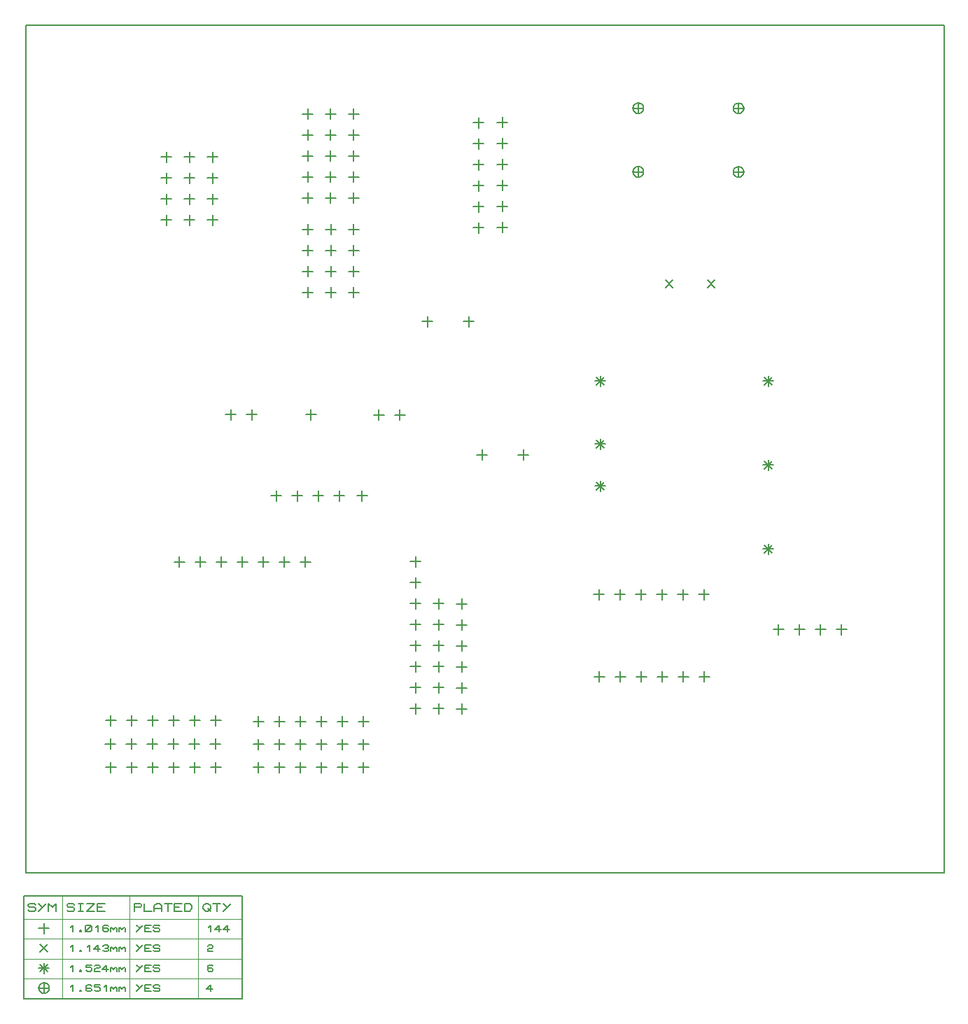
<source format=gbr>
G04 PROTEUS RS274X GERBER FILE*
%FSLAX45Y45*%
%MOMM*%
G01*
%ADD14C,0.203200*%
%ADD46C,0.127000*%
%ADD47C,0.063500*%
%TD.AperFunction*%
D14*
X-9201000Y-1404800D02*
X-9201000Y-1531800D01*
X-9264500Y-1468300D02*
X-9137500Y-1468300D01*
X-8947000Y-1404800D02*
X-8947000Y-1531800D01*
X-9010500Y-1468300D02*
X-8883500Y-1468300D01*
X-8693000Y-1404800D02*
X-8693000Y-1531800D01*
X-8756500Y-1468300D02*
X-8629500Y-1468300D01*
X-8439000Y-1404800D02*
X-8439000Y-1531800D01*
X-8502500Y-1468300D02*
X-8375500Y-1468300D01*
X-8185000Y-1404800D02*
X-8185000Y-1531800D01*
X-8248500Y-1468300D02*
X-8121500Y-1468300D01*
X-7931000Y-1404800D02*
X-7931000Y-1531800D01*
X-7994500Y-1468300D02*
X-7867500Y-1468300D01*
X-9206880Y-1122860D02*
X-9206880Y-1249860D01*
X-9270380Y-1186360D02*
X-9143380Y-1186360D01*
X-8952880Y-1122860D02*
X-8952880Y-1249860D01*
X-9016380Y-1186360D02*
X-8889380Y-1186360D01*
X-8698880Y-1122860D02*
X-8698880Y-1249860D01*
X-8762380Y-1186360D02*
X-8635380Y-1186360D01*
X-8444880Y-1122860D02*
X-8444880Y-1249860D01*
X-8508380Y-1186360D02*
X-8381380Y-1186360D01*
X-8190880Y-1122860D02*
X-8190880Y-1249860D01*
X-8254380Y-1186360D02*
X-8127380Y-1186360D01*
X-7936880Y-1122860D02*
X-7936880Y-1249860D01*
X-8000380Y-1186360D02*
X-7873380Y-1186360D01*
X-9201000Y-838380D02*
X-9201000Y-965380D01*
X-9264500Y-901880D02*
X-9137500Y-901880D01*
X-8947000Y-838380D02*
X-8947000Y-965380D01*
X-9010500Y-901880D02*
X-8883500Y-901880D01*
X-8693000Y-838380D02*
X-8693000Y-965380D01*
X-8756500Y-901880D02*
X-8629500Y-901880D01*
X-8439000Y-838380D02*
X-8439000Y-965380D01*
X-8502500Y-901880D02*
X-8375500Y-901880D01*
X-8185000Y-838380D02*
X-8185000Y-965380D01*
X-8248500Y-901880D02*
X-8121500Y-901880D01*
X-7931000Y-838380D02*
X-7931000Y-965380D01*
X-7994500Y-901880D02*
X-7867500Y-901880D01*
X-7413000Y-1404800D02*
X-7413000Y-1531800D01*
X-7476500Y-1468300D02*
X-7349500Y-1468300D01*
X-7159000Y-1404800D02*
X-7159000Y-1531800D01*
X-7222500Y-1468300D02*
X-7095500Y-1468300D01*
X-6905000Y-1404800D02*
X-6905000Y-1531800D01*
X-6968500Y-1468300D02*
X-6841500Y-1468300D01*
X-6651000Y-1404800D02*
X-6651000Y-1531800D01*
X-6714500Y-1468300D02*
X-6587500Y-1468300D01*
X-6397000Y-1404800D02*
X-6397000Y-1531800D01*
X-6460500Y-1468300D02*
X-6333500Y-1468300D01*
X-6143000Y-1404800D02*
X-6143000Y-1531800D01*
X-6206500Y-1468300D02*
X-6079500Y-1468300D01*
X-7413000Y-1127940D02*
X-7413000Y-1254940D01*
X-7476500Y-1191440D02*
X-7349500Y-1191440D01*
X-7159000Y-1127940D02*
X-7159000Y-1254940D01*
X-7222500Y-1191440D02*
X-7095500Y-1191440D01*
X-6905000Y-1127940D02*
X-6905000Y-1254940D01*
X-6968500Y-1191440D02*
X-6841500Y-1191440D01*
X-6651000Y-1127940D02*
X-6651000Y-1254940D01*
X-6714500Y-1191440D02*
X-6587500Y-1191440D01*
X-6397000Y-1127940D02*
X-6397000Y-1254940D01*
X-6460500Y-1191440D02*
X-6333500Y-1191440D01*
X-6143000Y-1127940D02*
X-6143000Y-1254940D01*
X-6206500Y-1191440D02*
X-6079500Y-1191440D01*
X-7413000Y-851080D02*
X-7413000Y-978080D01*
X-7476500Y-914580D02*
X-7349500Y-914580D01*
X-7159000Y-851080D02*
X-7159000Y-978080D01*
X-7222500Y-914580D02*
X-7095500Y-914580D01*
X-6905000Y-851080D02*
X-6905000Y-978080D01*
X-6968500Y-914580D02*
X-6841500Y-914580D01*
X-6651000Y-851080D02*
X-6651000Y-978080D01*
X-6714500Y-914580D02*
X-6587500Y-914580D01*
X-6397000Y-851080D02*
X-6397000Y-978080D01*
X-6460500Y-914580D02*
X-6333500Y-914580D01*
X-6143000Y-851080D02*
X-6143000Y-978080D01*
X-6206500Y-914580D02*
X-6079500Y-914580D01*
X-5236220Y-696140D02*
X-5236220Y-823140D01*
X-5299720Y-759640D02*
X-5172720Y-759640D01*
X-5236220Y-442140D02*
X-5236220Y-569140D01*
X-5299720Y-505640D02*
X-5172720Y-505640D01*
X-5236220Y-188140D02*
X-5236220Y-315140D01*
X-5299720Y-251640D02*
X-5172720Y-251640D01*
X-5236220Y+65860D02*
X-5236220Y-61140D01*
X-5299720Y+2360D02*
X-5172720Y+2360D01*
X-5236220Y+319860D02*
X-5236220Y+192860D01*
X-5299720Y+256360D02*
X-5172720Y+256360D01*
X-5236220Y+573860D02*
X-5236220Y+446860D01*
X-5299720Y+510360D02*
X-5172720Y+510360D01*
X-8369480Y+1079320D02*
X-8369480Y+952320D01*
X-8432980Y+1015820D02*
X-8305980Y+1015820D01*
X-8115480Y+1079320D02*
X-8115480Y+952320D01*
X-8178980Y+1015820D02*
X-8051980Y+1015820D01*
X-7861480Y+1079320D02*
X-7861480Y+952320D01*
X-7924980Y+1015820D02*
X-7797980Y+1015820D01*
X-7607480Y+1079320D02*
X-7607480Y+952320D01*
X-7670980Y+1015820D02*
X-7543980Y+1015820D01*
X-7353480Y+1079320D02*
X-7353480Y+952320D01*
X-7416980Y+1015820D02*
X-7289980Y+1015820D01*
X-7099480Y+1079320D02*
X-7099480Y+952320D01*
X-7162980Y+1015820D02*
X-7035980Y+1015820D01*
X-6845480Y+1079320D02*
X-6845480Y+952320D01*
X-6908980Y+1015820D02*
X-6781980Y+1015820D01*
X-4956820Y-698680D02*
X-4956820Y-825680D01*
X-5020320Y-762180D02*
X-4893320Y-762180D01*
X-4956820Y-444680D02*
X-4956820Y-571680D01*
X-5020320Y-508180D02*
X-4893320Y-508180D01*
X-4956820Y-190680D02*
X-4956820Y-317680D01*
X-5020320Y-254180D02*
X-4893320Y-254180D01*
X-4956820Y+63320D02*
X-4956820Y-63680D01*
X-5020320Y-180D02*
X-4893320Y-180D01*
X-4956820Y+317320D02*
X-4956820Y+190320D01*
X-5020320Y+253820D02*
X-4893320Y+253820D01*
X-4956820Y+571320D02*
X-4956820Y+444320D01*
X-5020320Y+507820D02*
X-4893320Y+507820D01*
X-5513080Y-693600D02*
X-5513080Y-820600D01*
X-5576580Y-757100D02*
X-5449580Y-757100D01*
X-5513080Y-439600D02*
X-5513080Y-566600D01*
X-5576580Y-503100D02*
X-5449580Y-503100D01*
X-5513080Y-185600D02*
X-5513080Y-312600D01*
X-5576580Y-249100D02*
X-5449580Y-249100D01*
X-5513080Y+68400D02*
X-5513080Y-58600D01*
X-5576580Y+4900D02*
X-5449580Y+4900D01*
X-5513080Y+322400D02*
X-5513080Y+195400D01*
X-5576580Y+258900D02*
X-5449580Y+258900D01*
X-5513080Y+576400D02*
X-5513080Y+449400D01*
X-5576580Y+512900D02*
X-5449580Y+512900D01*
X-5513080Y+830400D02*
X-5513080Y+703400D01*
X-5576580Y+766900D02*
X-5449580Y+766900D01*
X-5513080Y+1084400D02*
X-5513080Y+957400D01*
X-5576580Y+1020900D02*
X-5449580Y+1020900D01*
X-8528340Y+5977120D02*
X-8528340Y+5850120D01*
X-8591840Y+5913620D02*
X-8464840Y+5913620D01*
X-8528340Y+5723120D02*
X-8528340Y+5596120D01*
X-8591840Y+5659620D02*
X-8464840Y+5659620D01*
X-8528340Y+5469120D02*
X-8528340Y+5342120D01*
X-8591840Y+5405620D02*
X-8464840Y+5405620D01*
X-8528340Y+5215120D02*
X-8528340Y+5088120D01*
X-8591840Y+5151620D02*
X-8464840Y+5151620D01*
X-8248340Y+5977120D02*
X-8248340Y+5850120D01*
X-8311840Y+5913620D02*
X-8184840Y+5913620D01*
X-8248340Y+5723120D02*
X-8248340Y+5596120D01*
X-8311840Y+5659620D02*
X-8184840Y+5659620D01*
X-8248340Y+5469120D02*
X-8248340Y+5342120D01*
X-8311840Y+5405620D02*
X-8184840Y+5405620D01*
X-8248340Y+5215120D02*
X-8248340Y+5088120D01*
X-8311840Y+5151620D02*
X-8184840Y+5151620D01*
X-7968340Y+5977120D02*
X-7968340Y+5850120D01*
X-8031840Y+5913620D02*
X-7904840Y+5913620D01*
X-7968340Y+5723120D02*
X-7968340Y+5596120D01*
X-8031840Y+5659620D02*
X-7904840Y+5659620D01*
X-7968340Y+5469120D02*
X-7968340Y+5342120D01*
X-8031840Y+5405620D02*
X-7904840Y+5405620D01*
X-7968340Y+5215120D02*
X-7968340Y+5088120D01*
X-8031840Y+5151620D02*
X-7904840Y+5151620D01*
X-6818340Y+5099120D02*
X-6818340Y+4972120D01*
X-6881840Y+5035620D02*
X-6754840Y+5035620D01*
X-6818340Y+4845120D02*
X-6818340Y+4718120D01*
X-6881840Y+4781620D02*
X-6754840Y+4781620D01*
X-6818340Y+4591120D02*
X-6818340Y+4464120D01*
X-6881840Y+4527620D02*
X-6754840Y+4527620D01*
X-6818340Y+4337120D02*
X-6818340Y+4210120D01*
X-6881840Y+4273620D02*
X-6754840Y+4273620D01*
X-6538340Y+5099120D02*
X-6538340Y+4972120D01*
X-6601840Y+5035620D02*
X-6474840Y+5035620D01*
X-6538340Y+4845120D02*
X-6538340Y+4718120D01*
X-6601840Y+4781620D02*
X-6474840Y+4781620D01*
X-6538340Y+4591120D02*
X-6538340Y+4464120D01*
X-6601840Y+4527620D02*
X-6474840Y+4527620D01*
X-6538340Y+4337120D02*
X-6538340Y+4210120D01*
X-6601840Y+4273620D02*
X-6474840Y+4273620D01*
X-6263280Y+5101260D02*
X-6263280Y+4974260D01*
X-6326780Y+5037760D02*
X-6199780Y+5037760D01*
X-6263280Y+4847260D02*
X-6263280Y+4720260D01*
X-6326780Y+4783760D02*
X-6199780Y+4783760D01*
X-6263280Y+4593260D02*
X-6263280Y+4466260D01*
X-6326780Y+4529760D02*
X-6199780Y+4529760D01*
X-6263280Y+4339260D02*
X-6263280Y+4212260D01*
X-6326780Y+4275760D02*
X-6199780Y+4275760D01*
X-6817000Y+5481260D02*
X-6817000Y+5354260D01*
X-6880500Y+5417760D02*
X-6753500Y+5417760D01*
X-6817000Y+5735260D02*
X-6817000Y+5608260D01*
X-6880500Y+5671760D02*
X-6753500Y+5671760D01*
X-6817000Y+5989260D02*
X-6817000Y+5862260D01*
X-6880500Y+5925760D02*
X-6753500Y+5925760D01*
X-6817000Y+6243260D02*
X-6817000Y+6116260D01*
X-6880500Y+6179760D02*
X-6753500Y+6179760D01*
X-6817000Y+6497260D02*
X-6817000Y+6370260D01*
X-6880500Y+6433760D02*
X-6753500Y+6433760D01*
X-6540140Y+5481260D02*
X-6540140Y+5354260D01*
X-6603640Y+5417760D02*
X-6476640Y+5417760D01*
X-6540140Y+5735260D02*
X-6540140Y+5608260D01*
X-6603640Y+5671760D02*
X-6476640Y+5671760D01*
X-6540140Y+5989260D02*
X-6540140Y+5862260D01*
X-6603640Y+5925760D02*
X-6476640Y+5925760D01*
X-6540140Y+6243260D02*
X-6540140Y+6116260D01*
X-6603640Y+6179760D02*
X-6476640Y+6179760D01*
X-6540140Y+6497260D02*
X-6540140Y+6370260D01*
X-6603640Y+6433760D02*
X-6476640Y+6433760D01*
X-6263280Y+5481260D02*
X-6263280Y+5354260D01*
X-6326780Y+5417760D02*
X-6199780Y+5417760D01*
X-6263280Y+5735260D02*
X-6263280Y+5608260D01*
X-6326780Y+5671760D02*
X-6199780Y+5671760D01*
X-6263280Y+5989260D02*
X-6263280Y+5862260D01*
X-6326780Y+5925760D02*
X-6199780Y+5925760D01*
X-6263280Y+6243260D02*
X-6263280Y+6116260D01*
X-6326780Y+6179760D02*
X-6199780Y+6179760D01*
X-6263280Y+6497260D02*
X-6263280Y+6370260D01*
X-6326780Y+6433760D02*
X-6199780Y+6433760D01*
X-4463080Y+6393260D02*
X-4463080Y+6266260D01*
X-4526580Y+6329760D02*
X-4399580Y+6329760D01*
X-4463080Y+6139260D02*
X-4463080Y+6012260D01*
X-4526580Y+6075760D02*
X-4399580Y+6075760D01*
X-4463080Y+5885260D02*
X-4463080Y+5758260D01*
X-4526580Y+5821760D02*
X-4399580Y+5821760D01*
X-4463080Y+5631260D02*
X-4463080Y+5504260D01*
X-4526580Y+5567760D02*
X-4399580Y+5567760D01*
X-4463080Y+5377260D02*
X-4463080Y+5250260D01*
X-4526580Y+5313760D02*
X-4399580Y+5313760D01*
X-4463080Y+5123260D02*
X-4463080Y+4996260D01*
X-4526580Y+5059760D02*
X-4399580Y+5059760D01*
X-4750100Y+6390720D02*
X-4750100Y+6263720D01*
X-4813600Y+6327220D02*
X-4686600Y+6327220D01*
X-4750100Y+6136720D02*
X-4750100Y+6009720D01*
X-4813600Y+6073220D02*
X-4686600Y+6073220D01*
X-4750100Y+5882720D02*
X-4750100Y+5755720D01*
X-4813600Y+5819220D02*
X-4686600Y+5819220D01*
X-4750100Y+5628720D02*
X-4750100Y+5501720D01*
X-4813600Y+5565220D02*
X-4686600Y+5565220D01*
X-4750100Y+5374720D02*
X-4750100Y+5247720D01*
X-4813600Y+5311220D02*
X-4686600Y+5311220D01*
X-4750100Y+5120720D02*
X-4750100Y+4993720D01*
X-4813600Y+5057220D02*
X-4686600Y+5057220D01*
X-5703900Y+2854240D02*
X-5703900Y+2727240D01*
X-5767400Y+2790740D02*
X-5640400Y+2790740D01*
X-5957900Y+2854240D02*
X-5957900Y+2727240D01*
X-6021400Y+2790740D02*
X-5894400Y+2790740D01*
X-2755960Y+5732580D02*
X-2756177Y+5737827D01*
X-2757942Y+5748322D01*
X-2761634Y+5758817D01*
X-2767662Y+5769312D01*
X-2776884Y+5779692D01*
X-2787379Y+5787380D01*
X-2797874Y+5792298D01*
X-2808369Y+5795104D01*
X-2818864Y+5796077D01*
X-2819460Y+5796080D01*
X-2882960Y+5732580D02*
X-2882743Y+5737827D01*
X-2880978Y+5748322D01*
X-2877286Y+5758817D01*
X-2871258Y+5769312D01*
X-2862036Y+5779692D01*
X-2851541Y+5787380D01*
X-2841046Y+5792298D01*
X-2830551Y+5795104D01*
X-2820056Y+5796077D01*
X-2819460Y+5796080D01*
X-2882960Y+5732580D02*
X-2882743Y+5727333D01*
X-2880978Y+5716838D01*
X-2877286Y+5706343D01*
X-2871258Y+5695848D01*
X-2862036Y+5685468D01*
X-2851541Y+5677780D01*
X-2841046Y+5672862D01*
X-2830551Y+5670056D01*
X-2820056Y+5669083D01*
X-2819460Y+5669080D01*
X-2755960Y+5732580D02*
X-2756177Y+5727333D01*
X-2757942Y+5716838D01*
X-2761634Y+5706343D01*
X-2767662Y+5695848D01*
X-2776884Y+5685468D01*
X-2787379Y+5677780D01*
X-2797874Y+5672862D01*
X-2808369Y+5670056D01*
X-2818864Y+5669083D01*
X-2819460Y+5669080D01*
X-2819460Y+5796080D02*
X-2819460Y+5669080D01*
X-2882960Y+5732580D02*
X-2755960Y+5732580D01*
X-2755960Y+6502580D02*
X-2756177Y+6507827D01*
X-2757942Y+6518322D01*
X-2761634Y+6528817D01*
X-2767662Y+6539312D01*
X-2776884Y+6549692D01*
X-2787379Y+6557380D01*
X-2797874Y+6562298D01*
X-2808369Y+6565104D01*
X-2818864Y+6566077D01*
X-2819460Y+6566080D01*
X-2882960Y+6502580D02*
X-2882743Y+6507827D01*
X-2880978Y+6518322D01*
X-2877286Y+6528817D01*
X-2871258Y+6539312D01*
X-2862036Y+6549692D01*
X-2851541Y+6557380D01*
X-2841046Y+6562298D01*
X-2830551Y+6565104D01*
X-2820056Y+6566077D01*
X-2819460Y+6566080D01*
X-2882960Y+6502580D02*
X-2882743Y+6497333D01*
X-2880978Y+6486838D01*
X-2877286Y+6476343D01*
X-2871258Y+6465848D01*
X-2862036Y+6455468D01*
X-2851541Y+6447780D01*
X-2841046Y+6442862D01*
X-2830551Y+6440056D01*
X-2820056Y+6439083D01*
X-2819460Y+6439080D01*
X-2755960Y+6502580D02*
X-2756177Y+6497333D01*
X-2757942Y+6486838D01*
X-2761634Y+6476343D01*
X-2767662Y+6465848D01*
X-2776884Y+6455468D01*
X-2787379Y+6447780D01*
X-2797874Y+6442862D01*
X-2808369Y+6440056D01*
X-2818864Y+6439083D01*
X-2819460Y+6439080D01*
X-2819460Y+6566080D02*
X-2819460Y+6439080D01*
X-2882960Y+6502580D02*
X-2755960Y+6502580D01*
X-7747000Y+2862119D02*
X-7747000Y+2735119D01*
X-7810500Y+2798619D02*
X-7683500Y+2798619D01*
X-7493000Y+2862119D02*
X-7493000Y+2735119D01*
X-7556500Y+2798619D02*
X-7429500Y+2798619D01*
X-1543920Y+5729940D02*
X-1544137Y+5735187D01*
X-1545902Y+5745682D01*
X-1549594Y+5756177D01*
X-1555622Y+5766672D01*
X-1564844Y+5777052D01*
X-1575339Y+5784740D01*
X-1585834Y+5789658D01*
X-1596329Y+5792464D01*
X-1606824Y+5793437D01*
X-1607420Y+5793440D01*
X-1670920Y+5729940D02*
X-1670703Y+5735187D01*
X-1668938Y+5745682D01*
X-1665246Y+5756177D01*
X-1659218Y+5766672D01*
X-1649996Y+5777052D01*
X-1639501Y+5784740D01*
X-1629006Y+5789658D01*
X-1618511Y+5792464D01*
X-1608016Y+5793437D01*
X-1607420Y+5793440D01*
X-1670920Y+5729940D02*
X-1670703Y+5724693D01*
X-1668938Y+5714198D01*
X-1665246Y+5703703D01*
X-1659218Y+5693208D01*
X-1649996Y+5682828D01*
X-1639501Y+5675140D01*
X-1629006Y+5670222D01*
X-1618511Y+5667416D01*
X-1608016Y+5666443D01*
X-1607420Y+5666440D01*
X-1543920Y+5729940D02*
X-1544137Y+5724693D01*
X-1545902Y+5714198D01*
X-1549594Y+5703703D01*
X-1555622Y+5693208D01*
X-1564844Y+5682828D01*
X-1575339Y+5675140D01*
X-1585834Y+5670222D01*
X-1596329Y+5667416D01*
X-1606824Y+5666443D01*
X-1607420Y+5666440D01*
X-1607420Y+5793440D02*
X-1607420Y+5666440D01*
X-1670920Y+5729940D02*
X-1543920Y+5729940D01*
X-1543920Y+6499940D02*
X-1544137Y+6505187D01*
X-1545902Y+6515682D01*
X-1549594Y+6526177D01*
X-1555622Y+6536672D01*
X-1564844Y+6547052D01*
X-1575339Y+6554740D01*
X-1585834Y+6559658D01*
X-1596329Y+6562464D01*
X-1606824Y+6563437D01*
X-1607420Y+6563440D01*
X-1670920Y+6499940D02*
X-1670703Y+6505187D01*
X-1668938Y+6515682D01*
X-1665246Y+6526177D01*
X-1659218Y+6536672D01*
X-1649996Y+6547052D01*
X-1639501Y+6554740D01*
X-1629006Y+6559658D01*
X-1618511Y+6562464D01*
X-1608016Y+6563437D01*
X-1607420Y+6563440D01*
X-1670920Y+6499940D02*
X-1670703Y+6494693D01*
X-1668938Y+6484198D01*
X-1665246Y+6473703D01*
X-1659218Y+6463208D01*
X-1649996Y+6452828D01*
X-1639501Y+6445140D01*
X-1629006Y+6440222D01*
X-1618511Y+6437416D01*
X-1608016Y+6436443D01*
X-1607420Y+6436440D01*
X-1543920Y+6499940D02*
X-1544137Y+6494693D01*
X-1545902Y+6484198D01*
X-1549594Y+6473703D01*
X-1555622Y+6463208D01*
X-1564844Y+6452828D01*
X-1575339Y+6445140D01*
X-1585834Y+6440222D01*
X-1596329Y+6437416D01*
X-1606824Y+6436443D01*
X-1607420Y+6436440D01*
X-1607420Y+6563440D02*
X-1607420Y+6436440D01*
X-1670920Y+6499940D02*
X-1543920Y+6499940D01*
X-3293380Y+682960D02*
X-3293380Y+555960D01*
X-3356880Y+619460D02*
X-3229880Y+619460D01*
X-3039380Y+682960D02*
X-3039380Y+555960D01*
X-3102880Y+619460D02*
X-2975880Y+619460D01*
X-2785380Y+682960D02*
X-2785380Y+555960D01*
X-2848880Y+619460D02*
X-2721880Y+619460D01*
X-2531380Y+682960D02*
X-2531380Y+555960D01*
X-2594880Y+619460D02*
X-2467880Y+619460D01*
X-2277380Y+682960D02*
X-2277380Y+555960D01*
X-2340880Y+619460D02*
X-2213880Y+619460D01*
X-2023380Y+682960D02*
X-2023380Y+555960D01*
X-2086880Y+619460D02*
X-1959880Y+619460D01*
X-3290840Y-312200D02*
X-3290840Y-439200D01*
X-3354340Y-375700D02*
X-3227340Y-375700D01*
X-3036840Y-312200D02*
X-3036840Y-439200D01*
X-3100340Y-375700D02*
X-2973340Y-375700D01*
X-2782840Y-312200D02*
X-2782840Y-439200D01*
X-2846340Y-375700D02*
X-2719340Y-375700D01*
X-2528840Y-312200D02*
X-2528840Y-439200D01*
X-2592340Y-375700D02*
X-2465340Y-375700D01*
X-2274840Y-312200D02*
X-2274840Y-439200D01*
X-2338340Y-375700D02*
X-2211340Y-375700D01*
X-2020840Y-312200D02*
X-2020840Y-439200D01*
X-2084340Y-375700D02*
X-1957340Y-375700D01*
X-362000Y+261141D02*
X-362000Y+134141D01*
X-425500Y+197641D02*
X-298500Y+197641D01*
X-616000Y+261141D02*
X-616000Y+134141D01*
X-679500Y+197641D02*
X-552500Y+197641D01*
X-870000Y+261141D02*
X-870000Y+134141D01*
X-933500Y+197641D02*
X-806500Y+197641D01*
X-1124000Y+261141D02*
X-1124000Y+134141D01*
X-1187500Y+197641D02*
X-1060500Y+197641D01*
X-7198000Y+1876640D02*
X-7198000Y+1749640D01*
X-7261500Y+1813140D02*
X-7134500Y+1813140D01*
X-6944000Y+1876640D02*
X-6944000Y+1749640D01*
X-7007500Y+1813140D02*
X-6880500Y+1813140D01*
X-6690000Y+1876640D02*
X-6690000Y+1749640D01*
X-6753500Y+1813140D02*
X-6626500Y+1813140D01*
X-6436000Y+1876640D02*
X-6436000Y+1749640D01*
X-6499500Y+1813140D02*
X-6372500Y+1813140D01*
X-6777819Y+2861139D02*
X-6777819Y+2734139D01*
X-6841319Y+2797639D02*
X-6714319Y+2797639D01*
X-6159600Y+1878700D02*
X-6159600Y+1751700D01*
X-6223100Y+1815200D02*
X-6096100Y+1815200D01*
X-5368520Y+3987880D02*
X-5368520Y+3860880D01*
X-5432020Y+3924380D02*
X-5305020Y+3924380D01*
X-4868520Y+3987880D02*
X-4868520Y+3860880D01*
X-4932020Y+3924380D02*
X-4805020Y+3924380D01*
X-2492901Y+4422542D02*
X-2403099Y+4332740D01*
X-2492901Y+4332740D02*
X-2403099Y+4422542D01*
X-1984901Y+4422542D02*
X-1895099Y+4332740D01*
X-1984901Y+4332740D02*
X-1895099Y+4422542D01*
X-4207641Y+2373500D02*
X-4207641Y+2246500D01*
X-4271141Y+2310000D02*
X-4144141Y+2310000D01*
X-4707641Y+2373500D02*
X-4707641Y+2246500D01*
X-4771141Y+2310000D02*
X-4644141Y+2310000D01*
X-3278340Y+3267120D02*
X-3278340Y+3140120D01*
X-3341840Y+3203620D02*
X-3214840Y+3203620D01*
X-3323241Y+3248521D02*
X-3233439Y+3158719D01*
X-3323241Y+3158719D02*
X-3233439Y+3248521D01*
X-3278340Y+2505120D02*
X-3278340Y+2378120D01*
X-3341840Y+2441620D02*
X-3214840Y+2441620D01*
X-3323241Y+2486521D02*
X-3233439Y+2396719D01*
X-3323241Y+2396719D02*
X-3233439Y+2486521D01*
X-3278340Y+1997120D02*
X-3278340Y+1870120D01*
X-3341840Y+1933620D02*
X-3214840Y+1933620D01*
X-3323241Y+1978521D02*
X-3233439Y+1888719D01*
X-3323241Y+1888719D02*
X-3233439Y+1978521D01*
X-1246340Y+1235120D02*
X-1246340Y+1108120D01*
X-1309840Y+1171620D02*
X-1182840Y+1171620D01*
X-1291241Y+1216521D02*
X-1201439Y+1126719D01*
X-1291241Y+1126719D02*
X-1201439Y+1216521D01*
X-1246340Y+2251120D02*
X-1246340Y+2124120D01*
X-1309840Y+2187620D02*
X-1182840Y+2187620D01*
X-1291241Y+2232521D02*
X-1201439Y+2142719D01*
X-1291241Y+2142719D02*
X-1201439Y+2232521D01*
X-1246340Y+3267120D02*
X-1246340Y+3140120D01*
X-1309840Y+3203620D02*
X-1182840Y+3203620D01*
X-1291241Y+3248521D02*
X-1201439Y+3158719D01*
X-1291241Y+3158719D02*
X-1201439Y+3248521D01*
X-10230000Y-2750000D02*
X+880000Y-2750000D01*
X+880000Y+7510000D01*
X-10230000Y+7510000D01*
X-10230000Y-2750000D01*
D46*
X-10255400Y-4274000D02*
X-7611260Y-4274000D01*
X-7611260Y-3029400D01*
X-10255400Y-3029400D01*
X-10255400Y-4274000D01*
D47*
X-9788038Y-3029400D02*
X-9788038Y-4274000D01*
X-8975238Y-3029400D02*
X-8975238Y-4274000D01*
X-8142118Y-3029400D02*
X-8142118Y-4274000D01*
X-10255400Y-3302450D02*
X-7611260Y-3302450D01*
X-10255400Y-3543750D02*
X-7611260Y-3543750D01*
X-10255400Y-3785050D02*
X-7611260Y-3785050D01*
X-10255400Y-4026350D02*
X-7611260Y-4026350D01*
D46*
X-10198250Y-3193230D02*
X-10183010Y-3208470D01*
X-10122050Y-3208470D01*
X-10106810Y-3193230D01*
X-10106810Y-3177990D01*
X-10122050Y-3162750D01*
X-10183010Y-3162750D01*
X-10198250Y-3147510D01*
X-10198250Y-3132270D01*
X-10183010Y-3117030D01*
X-10122050Y-3117030D01*
X-10106810Y-3132270D01*
X-9984890Y-3117030D02*
X-10076330Y-3208470D01*
X-10076330Y-3117030D02*
X-10030610Y-3162750D01*
X-9954410Y-3208470D02*
X-9954410Y-3117030D01*
X-9908690Y-3162750D01*
X-9862970Y-3117030D01*
X-9862970Y-3208470D01*
X-9730890Y-3193230D02*
X-9715650Y-3208470D01*
X-9654690Y-3208470D01*
X-9639450Y-3193230D01*
X-9639450Y-3177990D01*
X-9654690Y-3162750D01*
X-9715650Y-3162750D01*
X-9730890Y-3147510D01*
X-9730890Y-3132270D01*
X-9715650Y-3117030D01*
X-9654690Y-3117030D01*
X-9639450Y-3132270D01*
X-9593730Y-3117030D02*
X-9532770Y-3117030D01*
X-9563250Y-3117030D02*
X-9563250Y-3208470D01*
X-9593730Y-3208470D02*
X-9532770Y-3208470D01*
X-9487050Y-3117030D02*
X-9395610Y-3117030D01*
X-9487050Y-3208470D01*
X-9395610Y-3208470D01*
X-9273690Y-3208470D02*
X-9365130Y-3208470D01*
X-9365130Y-3117030D01*
X-9273690Y-3117030D01*
X-9365130Y-3162750D02*
X-9304170Y-3162750D01*
X-8918090Y-3208470D02*
X-8918090Y-3117030D01*
X-8841890Y-3117030D01*
X-8826650Y-3132270D01*
X-8826650Y-3147510D01*
X-8841890Y-3162750D01*
X-8918090Y-3162750D01*
X-8796170Y-3117030D02*
X-8796170Y-3208470D01*
X-8704730Y-3208470D01*
X-8674250Y-3208470D02*
X-8674250Y-3147510D01*
X-8643770Y-3117030D01*
X-8613290Y-3117030D01*
X-8582810Y-3147510D01*
X-8582810Y-3208470D01*
X-8674250Y-3177990D02*
X-8582810Y-3177990D01*
X-8552330Y-3117030D02*
X-8460890Y-3117030D01*
X-8506610Y-3117030D02*
X-8506610Y-3208470D01*
X-8338970Y-3208470D02*
X-8430410Y-3208470D01*
X-8430410Y-3117030D01*
X-8338970Y-3117030D01*
X-8430410Y-3162750D02*
X-8369450Y-3162750D01*
X-8308490Y-3208470D02*
X-8308490Y-3117030D01*
X-8247530Y-3117030D01*
X-8217050Y-3147510D01*
X-8217050Y-3177990D01*
X-8247530Y-3208470D01*
X-8308490Y-3208470D01*
X-8084970Y-3147510D02*
X-8054490Y-3117030D01*
X-8024010Y-3117030D01*
X-7993530Y-3147510D01*
X-7993530Y-3177990D01*
X-8024010Y-3208470D01*
X-8054490Y-3208470D01*
X-8084970Y-3177990D01*
X-8084970Y-3147510D01*
X-8024010Y-3177990D02*
X-7993530Y-3208470D01*
X-7963050Y-3117030D02*
X-7871610Y-3117030D01*
X-7917330Y-3117030D02*
X-7917330Y-3208470D01*
X-7749690Y-3117030D02*
X-7841130Y-3208470D01*
X-7841130Y-3117030D02*
X-7795410Y-3162750D01*
D14*
X-10009020Y-3353250D02*
X-10009020Y-3480250D01*
X-10072520Y-3416750D02*
X-9945520Y-3416750D01*
D46*
X-9686440Y-3404050D02*
X-9661040Y-3378650D01*
X-9661040Y-3454850D01*
X-9572140Y-3442150D02*
X-9559440Y-3442150D01*
X-9559440Y-3454850D01*
X-9572140Y-3454850D01*
X-9572140Y-3442150D01*
X-9508640Y-3442150D02*
X-9508640Y-3391350D01*
X-9495940Y-3378650D01*
X-9445140Y-3378650D01*
X-9432440Y-3391350D01*
X-9432440Y-3442150D01*
X-9445140Y-3454850D01*
X-9495940Y-3454850D01*
X-9508640Y-3442150D01*
X-9508640Y-3454850D02*
X-9432440Y-3378650D01*
X-9381640Y-3404050D02*
X-9356240Y-3378650D01*
X-9356240Y-3454850D01*
X-9229240Y-3391350D02*
X-9241940Y-3378650D01*
X-9280040Y-3378650D01*
X-9292740Y-3391350D01*
X-9292740Y-3442150D01*
X-9280040Y-3454850D01*
X-9241940Y-3454850D01*
X-9229240Y-3442150D01*
X-9229240Y-3429450D01*
X-9241940Y-3416750D01*
X-9292740Y-3416750D01*
X-9203840Y-3454850D02*
X-9203840Y-3404050D01*
X-9203840Y-3416750D02*
X-9191140Y-3404050D01*
X-9165740Y-3429450D01*
X-9140340Y-3404050D01*
X-9127640Y-3416750D01*
X-9127640Y-3454850D01*
X-9102240Y-3454850D02*
X-9102240Y-3404050D01*
X-9102240Y-3416750D02*
X-9089540Y-3404050D01*
X-9064140Y-3429450D01*
X-9038740Y-3404050D01*
X-9026040Y-3416750D01*
X-9026040Y-3454850D01*
X-8810140Y-3378650D02*
X-8886340Y-3454850D01*
X-8886340Y-3378650D02*
X-8848240Y-3416750D01*
X-8708540Y-3454850D02*
X-8784740Y-3454850D01*
X-8784740Y-3378650D01*
X-8708540Y-3378650D01*
X-8784740Y-3416750D02*
X-8733940Y-3416750D01*
X-8683140Y-3442150D02*
X-8670440Y-3454850D01*
X-8619640Y-3454850D01*
X-8606940Y-3442150D01*
X-8606940Y-3429450D01*
X-8619640Y-3416750D01*
X-8670440Y-3416750D01*
X-8683140Y-3404050D01*
X-8683140Y-3391350D01*
X-8670440Y-3378650D01*
X-8619640Y-3378650D01*
X-8606940Y-3391350D01*
X-8015120Y-3404050D02*
X-7989720Y-3378650D01*
X-7989720Y-3454850D01*
X-7862720Y-3429450D02*
X-7938920Y-3429450D01*
X-7888120Y-3378650D01*
X-7888120Y-3454850D01*
X-7761120Y-3429450D02*
X-7837320Y-3429450D01*
X-7786520Y-3378650D01*
X-7786520Y-3454850D01*
D14*
X-10053921Y-3613149D02*
X-9964119Y-3702951D01*
X-10053921Y-3702951D02*
X-9964119Y-3613149D01*
D46*
X-9686440Y-3645350D02*
X-9661040Y-3619950D01*
X-9661040Y-3696150D01*
X-9572140Y-3683450D02*
X-9559440Y-3683450D01*
X-9559440Y-3696150D01*
X-9572140Y-3696150D01*
X-9572140Y-3683450D01*
X-9483240Y-3645350D02*
X-9457840Y-3619950D01*
X-9457840Y-3696150D01*
X-9330840Y-3670750D02*
X-9407040Y-3670750D01*
X-9356240Y-3619950D01*
X-9356240Y-3696150D01*
X-9292740Y-3632650D02*
X-9280040Y-3619950D01*
X-9241940Y-3619950D01*
X-9229240Y-3632650D01*
X-9229240Y-3645350D01*
X-9241940Y-3658050D01*
X-9229240Y-3670750D01*
X-9229240Y-3683450D01*
X-9241940Y-3696150D01*
X-9280040Y-3696150D01*
X-9292740Y-3683450D01*
X-9267340Y-3658050D02*
X-9241940Y-3658050D01*
X-9203840Y-3696150D02*
X-9203840Y-3645350D01*
X-9203840Y-3658050D02*
X-9191140Y-3645350D01*
X-9165740Y-3670750D01*
X-9140340Y-3645350D01*
X-9127640Y-3658050D01*
X-9127640Y-3696150D01*
X-9102240Y-3696150D02*
X-9102240Y-3645350D01*
X-9102240Y-3658050D02*
X-9089540Y-3645350D01*
X-9064140Y-3670750D01*
X-9038740Y-3645350D01*
X-9026040Y-3658050D01*
X-9026040Y-3696150D01*
X-8810140Y-3619950D02*
X-8886340Y-3696150D01*
X-8886340Y-3619950D02*
X-8848240Y-3658050D01*
X-8708540Y-3696150D02*
X-8784740Y-3696150D01*
X-8784740Y-3619950D01*
X-8708540Y-3619950D01*
X-8784740Y-3658050D02*
X-8733940Y-3658050D01*
X-8683140Y-3683450D02*
X-8670440Y-3696150D01*
X-8619640Y-3696150D01*
X-8606940Y-3683450D01*
X-8606940Y-3670750D01*
X-8619640Y-3658050D01*
X-8670440Y-3658050D01*
X-8683140Y-3645350D01*
X-8683140Y-3632650D01*
X-8670440Y-3619950D01*
X-8619640Y-3619950D01*
X-8606940Y-3632650D01*
X-8027820Y-3632650D02*
X-8015120Y-3619950D01*
X-7977020Y-3619950D01*
X-7964320Y-3632650D01*
X-7964320Y-3645350D01*
X-7977020Y-3658050D01*
X-8015120Y-3658050D01*
X-8027820Y-3670750D01*
X-8027820Y-3696150D01*
X-7964320Y-3696150D01*
D14*
X-10009020Y-3835850D02*
X-10009020Y-3962850D01*
X-10072520Y-3899350D02*
X-9945520Y-3899350D01*
X-10053921Y-3854449D02*
X-9964119Y-3944251D01*
X-10053921Y-3944251D02*
X-9964119Y-3854449D01*
D46*
X-9686440Y-3886650D02*
X-9661040Y-3861250D01*
X-9661040Y-3937450D01*
X-9572140Y-3924750D02*
X-9559440Y-3924750D01*
X-9559440Y-3937450D01*
X-9572140Y-3937450D01*
X-9572140Y-3924750D01*
X-9432440Y-3861250D02*
X-9495940Y-3861250D01*
X-9495940Y-3886650D01*
X-9445140Y-3886650D01*
X-9432440Y-3899350D01*
X-9432440Y-3924750D01*
X-9445140Y-3937450D01*
X-9483240Y-3937450D01*
X-9495940Y-3924750D01*
X-9394340Y-3873950D02*
X-9381640Y-3861250D01*
X-9343540Y-3861250D01*
X-9330840Y-3873950D01*
X-9330840Y-3886650D01*
X-9343540Y-3899350D01*
X-9381640Y-3899350D01*
X-9394340Y-3912050D01*
X-9394340Y-3937450D01*
X-9330840Y-3937450D01*
X-9229240Y-3912050D02*
X-9305440Y-3912050D01*
X-9254640Y-3861250D01*
X-9254640Y-3937450D01*
X-9203840Y-3937450D02*
X-9203840Y-3886650D01*
X-9203840Y-3899350D02*
X-9191140Y-3886650D01*
X-9165740Y-3912050D01*
X-9140340Y-3886650D01*
X-9127640Y-3899350D01*
X-9127640Y-3937450D01*
X-9102240Y-3937450D02*
X-9102240Y-3886650D01*
X-9102240Y-3899350D02*
X-9089540Y-3886650D01*
X-9064140Y-3912050D01*
X-9038740Y-3886650D01*
X-9026040Y-3899350D01*
X-9026040Y-3937450D01*
X-8810140Y-3861250D02*
X-8886340Y-3937450D01*
X-8886340Y-3861250D02*
X-8848240Y-3899350D01*
X-8708540Y-3937450D02*
X-8784740Y-3937450D01*
X-8784740Y-3861250D01*
X-8708540Y-3861250D01*
X-8784740Y-3899350D02*
X-8733940Y-3899350D01*
X-8683140Y-3924750D02*
X-8670440Y-3937450D01*
X-8619640Y-3937450D01*
X-8606940Y-3924750D01*
X-8606940Y-3912050D01*
X-8619640Y-3899350D01*
X-8670440Y-3899350D01*
X-8683140Y-3886650D01*
X-8683140Y-3873950D01*
X-8670440Y-3861250D01*
X-8619640Y-3861250D01*
X-8606940Y-3873950D01*
X-7964320Y-3873950D02*
X-7977020Y-3861250D01*
X-8015120Y-3861250D01*
X-8027820Y-3873950D01*
X-8027820Y-3924750D01*
X-8015120Y-3937450D01*
X-7977020Y-3937450D01*
X-7964320Y-3924750D01*
X-7964320Y-3912050D01*
X-7977020Y-3899350D01*
X-8027820Y-3899350D01*
D14*
X-9945520Y-4140650D02*
X-9945737Y-4135403D01*
X-9947502Y-4124908D01*
X-9951194Y-4114413D01*
X-9957222Y-4103918D01*
X-9966444Y-4093538D01*
X-9976939Y-4085850D01*
X-9987434Y-4080932D01*
X-9997929Y-4078126D01*
X-10008424Y-4077153D01*
X-10009020Y-4077150D01*
X-10072520Y-4140650D02*
X-10072303Y-4135403D01*
X-10070538Y-4124908D01*
X-10066846Y-4114413D01*
X-10060818Y-4103918D01*
X-10051596Y-4093538D01*
X-10041101Y-4085850D01*
X-10030606Y-4080932D01*
X-10020111Y-4078126D01*
X-10009616Y-4077153D01*
X-10009020Y-4077150D01*
X-10072520Y-4140650D02*
X-10072303Y-4145897D01*
X-10070538Y-4156392D01*
X-10066846Y-4166887D01*
X-10060818Y-4177382D01*
X-10051596Y-4187762D01*
X-10041101Y-4195450D01*
X-10030606Y-4200368D01*
X-10020111Y-4203174D01*
X-10009616Y-4204147D01*
X-10009020Y-4204150D01*
X-9945520Y-4140650D02*
X-9945737Y-4145897D01*
X-9947502Y-4156392D01*
X-9951194Y-4166887D01*
X-9957222Y-4177382D01*
X-9966444Y-4187762D01*
X-9976939Y-4195450D01*
X-9987434Y-4200368D01*
X-9997929Y-4203174D01*
X-10008424Y-4204147D01*
X-10009020Y-4204150D01*
X-10009020Y-4077150D02*
X-10009020Y-4204150D01*
X-10072520Y-4140650D02*
X-9945520Y-4140650D01*
D46*
X-9686440Y-4127950D02*
X-9661040Y-4102550D01*
X-9661040Y-4178750D01*
X-9572140Y-4166050D02*
X-9559440Y-4166050D01*
X-9559440Y-4178750D01*
X-9572140Y-4178750D01*
X-9572140Y-4166050D01*
X-9432440Y-4115250D02*
X-9445140Y-4102550D01*
X-9483240Y-4102550D01*
X-9495940Y-4115250D01*
X-9495940Y-4166050D01*
X-9483240Y-4178750D01*
X-9445140Y-4178750D01*
X-9432440Y-4166050D01*
X-9432440Y-4153350D01*
X-9445140Y-4140650D01*
X-9495940Y-4140650D01*
X-9330840Y-4102550D02*
X-9394340Y-4102550D01*
X-9394340Y-4127950D01*
X-9343540Y-4127950D01*
X-9330840Y-4140650D01*
X-9330840Y-4166050D01*
X-9343540Y-4178750D01*
X-9381640Y-4178750D01*
X-9394340Y-4166050D01*
X-9280040Y-4127950D02*
X-9254640Y-4102550D01*
X-9254640Y-4178750D01*
X-9203840Y-4178750D02*
X-9203840Y-4127950D01*
X-9203840Y-4140650D02*
X-9191140Y-4127950D01*
X-9165740Y-4153350D01*
X-9140340Y-4127950D01*
X-9127640Y-4140650D01*
X-9127640Y-4178750D01*
X-9102240Y-4178750D02*
X-9102240Y-4127950D01*
X-9102240Y-4140650D02*
X-9089540Y-4127950D01*
X-9064140Y-4153350D01*
X-9038740Y-4127950D01*
X-9026040Y-4140650D01*
X-9026040Y-4178750D01*
X-8810140Y-4102550D02*
X-8886340Y-4178750D01*
X-8886340Y-4102550D02*
X-8848240Y-4140650D01*
X-8708540Y-4178750D02*
X-8784740Y-4178750D01*
X-8784740Y-4102550D01*
X-8708540Y-4102550D01*
X-8784740Y-4140650D02*
X-8733940Y-4140650D01*
X-8683140Y-4166050D02*
X-8670440Y-4178750D01*
X-8619640Y-4178750D01*
X-8606940Y-4166050D01*
X-8606940Y-4153350D01*
X-8619640Y-4140650D01*
X-8670440Y-4140650D01*
X-8683140Y-4127950D01*
X-8683140Y-4115250D01*
X-8670440Y-4102550D01*
X-8619640Y-4102550D01*
X-8606940Y-4115250D01*
X-7964320Y-4153350D02*
X-8040520Y-4153350D01*
X-7989720Y-4102550D01*
X-7989720Y-4178750D01*
M02*

</source>
